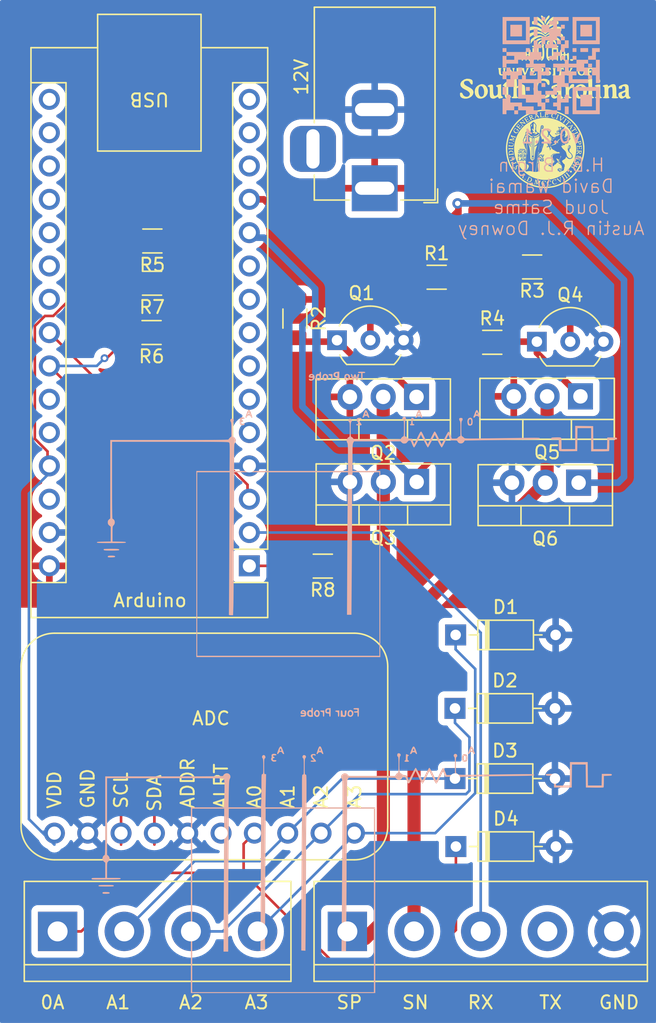
<source format=kicad_pcb>
(kicad_pcb (version 20221018) (generator pcbnew)
  (layers (0 "F.Cu" signal) (31 "B.Cu" signal) (34 "B.Paste" user) (35 "F.Paste" user) (36 "B.SilkS" user "B.Silkscreen") (37 "F.SilkS" user "F.Silkscreen") (38 "B.Mask" user) (39 "F.Mask" user) (44 "Edge.Cuts" user))
  (net 0 "")
  (net 1 "GND")
  (net 2 "VDD")
  (net 3 "AIN3")
  (net 4 "AIN2")
  (net 5 "AIN1")
  (net 6 "AIN0")
  (net 7 "VPP")
  (net 8 "TX")
  (net 9 "SP")
  (net 10 "SN")
  (net 11 "LOGIC2")
  (net 12 "LOGIC1")
  (net 13 "RX")
  (net 14 "Net-(Q1-C)")
  (net 15 "Net-(Q1-B)")
  (net 16 "Net-(Q4-C)")
  (net 17 "Net-(Q4-B)")
  (net 18 "Net-(Biphasic_Out1-Pin_4)")
  (net 39 "Net-(J3-Pin_4)")
  (net 40 "Net-(A1-~{RESET}-Pad3)")
  (net 41 "Net-(A1-SDA{slash}A4)")
  (net 42 "Net-(A1-SCL{slash}A5)")
  (footprint "Diode_THT:D_DO-35_SOD27_P7.62mm_Horizontal" (layer "F.Cu") (at 171.72 86.4)
    (fp_text reference "D1" (at 3.81 -2.12) (layer "F.SilkS"))
    (fp_text value "D_Zener" hide)
    (pad "1" thru_hole rect (at 0 0) (size 1.6 1.6) (drill 0.8) (layers "*.Cu" "*.Mask") (net 3 "AIN3"))
    (pad "2" thru_hole oval (at 7.62 0) (size 1.6 1.6) (drill 0.8) (layers "*.Cu" "*.Mask") (net 1 "GND"))
  )
  (footprint "Diode_THT:D_DO-35_SOD27_P7.62mm_Horizontal" (layer "F.Cu") (at 171.67 92)
    (fp_text reference "D2" (at 3.81 -2.12) (layer "F.SilkS"))
    (fp_text value "D_Zener" hide)
    (pad "1" thru_hole rect (at 0 0) (size 1.6 1.6) (drill 0.8) (layers "*.Cu" "*.Mask") (net 4 "AIN2"))
    (pad "2" thru_hole oval (at 7.62 0) (size 1.6 1.6) (drill 0.8) (layers "*.Cu" "*.Mask") (net 1 "GND"))
  )
  (footprint "Diode_THT:D_DO-35_SOD27_P7.62mm_Horizontal" (layer "F.Cu") (at 171.67 97.35)
    (fp_text reference "D3" (at 3.81 -2.12) (layer "F.SilkS"))
    (fp_text value "D_Zener" hide)
    (pad "1" thru_hole rect (at 0 0) (size 1.6 1.6) (drill 0.8) (layers "*.Cu" "*.Mask") (net 5 "AIN1"))
    (pad "2" thru_hole oval (at 7.62 0) (size 1.6 1.6) (drill 0.8) (layers "*.Cu" "*.Mask") (net 1 "GND"))
  )
  (footprint "Diode_THT:D_DO-35_SOD27_P7.62mm_Horizontal" (layer "F.Cu") (at 171.74 102.53)
    (fp_text reference "D4" (at 3.81 -2.12) (layer "F.SilkS"))
    (fp_text value "D_Zener" hide)
    (pad "1" thru_hole rect (at 0 0) (size 1.6 1.6) (drill 0.8) (layers "*.Cu" "*.Mask") (net 6 "AIN0"))
    (pad "2" thru_hole oval (at 7.62 0) (size 1.6 1.6) (drill 0.8) (layers "*.Cu" "*.Mask") (net 1 "GND"))
  )
  (footprint "Connector_BarrelJack:BarrelJack_Horizontal" (layer "F.Cu") (at 165.55 52.35 -90)
    (fp_text reference "J1" hide)
    (fp_text value "Barrel_Jack" hide)
    (pad "1" thru_hole rect (at 0 0 270) (size 3.5 3.5) (drill oval 1 3) (layers "*.Cu" "*.Mask") (net 7 "VPP"))
    (pad "2" thru_hole roundrect (at -6 0 270) (size 3 3.5) (drill oval 1 3) (layers "*.Cu" "*.Mask") (net 1 "GND"))
    (pad "3" thru_hole roundrect (at -3 4.7 270) (size 3.5 3.5) (drill oval 3 1) (layers "*.Cu" "*.Mask"))
  )
  (footprint "Package_TO_SOT_THT:TO-92_Inline_Wide" (layer "F.Cu") (at 162.68 63.935)
    (fp_text reference "Q1" (at 1.87 -3.585) (layer "F.SilkS"))
    (fp_text value "BC549" hide)
    (pad "1" thru_hole rect (at 0 0) (size 1.5 1.5) (drill 0.8) (layers "*.Cu" "*.Mask") (net 14 "Net-(Q1-C)"))
    (pad "2" thru_hole circle (at 2.54 0) (size 1.5 1.5) (drill 0.8) (layers "*.Cu" "*.Mask") (net 15 "Net-(Q1-B)"))
    (pad "3" thru_hole circle (at 5.08 0) (size 1.5 1.5) (drill 0.8) (layers "*.Cu" "*.Mask") (net 1 "GND"))
  )
  (footprint "Package_TO_SOT_THT:TO-220-3_Vertical" (layer "F.Cu") (at 168.74 68.255 180)
    (fp_text reference "Q2" (at 2.54 -4.27) (layer "F.SilkS"))
    (fp_text value "IRF9540N" hide)
    (pad "1" thru_hole rect (at 0 0 180) (size 1.905 2) (drill 1.1) (layers "*.Cu" "*.Mask") (net 14 "Net-(Q1-C)"))
    (pad "2" thru_hole oval (at 2.54 0 180) (size 1.905 2) (drill 1.1) (layers "*.Cu" "*.Mask") (net 9 "SP"))
    (pad "3" thru_hole oval (at 5.08 0 180) (size 1.905 2) (drill 1.1) (layers "*.Cu" "*.Mask") (net 7 "VPP"))
  )
  (footprint "Package_TO_SOT_THT:TO-220-3_Vertical" (layer "F.Cu") (at 168.75 74.735 180)
    (fp_text reference "Q3" (at 2.54 -4.27) (layer "F.SilkS"))
    (fp_text value "IRF540N" hide)
    (pad "1" thru_hole rect (at 0 0 180) (size 1.905 2) (drill 1.1) (layers "*.Cu" "*.Mask") (net 11 "LOGIC2"))
    (pad "2" thru_hole oval (at 2.54 0 180) (size 1.905 2) (drill 1.1) (layers "*.Cu" "*.Mask") (net 9 "SP"))
    (pad "3" thru_hole oval (at 5.08 0 180) (size 1.905 2) (drill 1.1) (layers "*.Cu" "*.Mask") (net 1 "GND"))
  )
  (footprint "Package_TO_SOT_THT:TO-92_Inline_Wide" (layer "F.Cu") (at 177.91 64.045)
    (fp_text reference "Q4" (at 2.54 -3.56) (layer "F.SilkS"))
    (fp_text value "BC549" hide)
    (pad "1" thru_hole rect (at 0 0) (size 1.5 1.5) (drill 0.8) (layers "*.Cu" "*.Mask") (net 16 "Net-(Q4-C)"))
    (pad "2" thru_hole circle (at 2.54 0) (size 1.5 1.5) (drill 0.8) (layers "*.Cu" "*.Mask") (net 17 "Net-(Q4-B)"))
    (pad "3" thru_hole circle (at 5.08 0) (size 1.5 1.5) (drill 0.8) (layers "*.Cu" "*.Mask") (net 1 "GND"))
  )
  (footprint "Package_TO_SOT_THT:TO-220-3_Vertical" (layer "F.Cu") (at 181.23 68.215 180)
    (fp_text reference "Q5" (at 2.54 -4.27) (layer "F.SilkS"))
    (fp_text value "IRF9540N" hide)
    (pad "1" thru_hole rect (at 0 0 180) (size 1.905 2) (drill 1.1) (layers "*.Cu" "*.Mask") (net 16 "Net-(Q4-C)"))
    (pad "2" thru_hole oval (at 2.54 0 180) (size 1.905 2) (drill 1.1) (layers "*.Cu" "*.Mask") (net 10 "SN"))
    (pad "3" thru_hole oval (at 5.08 0 180) (size 1.905 2) (drill 1.1) (layers "*.Cu" "*.Mask") (net 7 "VPP"))
  )
  (footprint "Package_TO_SOT_THT:TO-220-3_Vertical" (layer "F.Cu") (at 181.09 74.795 180)
    (fp_text reference "Q6" (at 2.54 -4.27) (layer "F.SilkS"))
    (fp_text value "IRF540N" hide)
    (pad "1" thru_hole rect (at 0 0 180) (size 1.905 2) (drill 1.1) (layers "*.Cu" "*.Mask") (net 12 "LOGIC1"))
    (pad "2" thru_hole oval (at 2.54 0 180) (size 1.905 2) (drill 1.1) (layers "*.Cu" "*.Mask") (net 10 "SN"))
    (pad "3" thru_hole oval (at 5.08 0 180) (size 1.905 2) (drill 1.1) (layers "*.Cu" "*.Mask") (net 1 "GND"))
  )
  (footprint "Resistor_SMD:R_1206_3216Metric" (layer "F.Cu") (at 170.275 59.135)
    (fp_text reference "R1" (at 0 -1.82) (layer "F.SilkS"))
    (fp_text value "1k")
    (pad "1" smd roundrect (at -1.4625 0) (size 1.125 1.75) (layers "F.Cu" "F.Paste" "F.Mask") (roundrect_rratio 0.222222) (net 15 "Net-(Q1-B)"))
    (pad "2" smd roundrect (at 1.4625 0) (size 1.125 1.75) (layers "F.Cu" "F.Paste" "F.Mask") (roundrect_rratio 0.222222) (net 12 "LOGIC1"))
  )
  (footprint "Resistor_SMD:R_1206_3216Metric" (layer "F.Cu") (at 159.47 62.285 -90)
    (fp_text reference "R2" (at 0 -1.82 -90) (layer "F.SilkS"))
    (fp_text value "10k")
    (pad "1" smd roundrect (at -1.4625 0 270) (size 1.125 1.75) (layers "F.Cu" "F.Paste" "F.Mask") (roundrect_rratio 0.222222) (net 7 "VPP"))
    (pad "2" smd roundrect (at 1.4625 0 270) (size 1.125 1.75) (layers "F.Cu" "F.Paste" "F.Mask") (roundrect_rratio 0.222222) (net 14 "Net-(Q1-C)"))
  )
  (footprint "Resistor_SMD:R_1206_3216Metric" (layer "F.Cu") (at 177.55 58.35 180)
    (fp_text reference "R3" (at 0 -1.82) (layer "F.SilkS"))
    (fp_text value "1k")
    (pad "1" smd roundrect (at -1.4625 0 180) (size 1.125 1.75) (layers "F.Cu" "F.Paste" "F.Mask") (roundrect_rratio 0.222222) (net 17 "Net-(Q4-B)"))
    (pad "2" smd roundrect (at 1.4625 0 180) (size 1.125 1.75) (layers "F.Cu" "F.Paste" "F.Mask") (roundrect_rratio 0.222222) (net 11 "LOGIC2"))
  )
  (footprint "Resistor_SMD:R_1206_3216Metric" (layer "F.Cu") (at 174.51 64.095)
    (fp_text reference "R4" (at 0 -1.82) (layer "F.SilkS"))
    (fp_text value "10k")
    (pad "1" smd roundrect (at -1.4625 0) (size 1.125 1.75) (layers "F.Cu" "F.Paste" "F.Mask") (roundrect_rratio 0.222222) (net 7 "VPP"))
    (pad "2" smd roundrect (at 1.4625 0) (size 1.125 1.75) (layers "F.Cu" "F.Paste" "F.Mask") (roundrect_rratio 0.222222) (net 16 "Net-(Q4-C)"))
  )
  (footprint "Resistor_SMD:R_1206_3216Metric" (layer "F.Cu") (at 148.61 56.37 180)
    (fp_text reference "R5" (at 0 -1.82) (layer "F.SilkS"))
    (fp_text value "10k")
    (pad "1" smd roundrect (at -1.4625 0 180) (size 1.125 1.75) (layers "F.Cu" "F.Paste" "F.Mask") (roundrect_rratio 0.222222) (net 2 "VDD"))
    (pad "2" smd roundrect (at 1.4625 0 180) (size 1.125 1.75) (layers "F.Cu" "F.Paste" "F.Mask") (roundrect_rratio 0.222222) (net 40 "Net-(A1-~{RESET}-Pad3)"))
  )
  (footprint "Resistor_SMD:R_1206_3216Metric" (layer "F.Cu") (at 148.55 63.35 180)
    (fp_text reference "R6" (at 0 -1.82 180) (layer "F.SilkS"))
    (fp_text value "10k")
    (pad "1" smd roundrect (at -1.4625 0 180) (size 1.125 1.75) (layers "F.Cu" "F.Paste" "F.Mask") (roundrect_rratio 0.222222) (net 2 "VDD"))
    (pad "2" smd roundrect (at 1.4625 0 180) (size 1.125 1.75) (layers "F.Cu" "F.Paste" "F.Mask") (roundrect_rratio 0.222222) (net 42 "Net-(A1-SCL{slash}A5)"))
  )
  (footprint "Resistor_SMD:R_1206_3216Metric" (layer "F.Cu") (at 148.585 59.59 180)
    (fp_text reference "R7" (at 0 -1.82 180) (layer "F.SilkS"))
    (fp_text value "10k")
    (pad "1" smd roundrect (at -1.4625 0 180) (size 1.125 1.75) (layers "F.Cu" "F.Paste" "F.Mask") (roundrect_rratio 0.222222) (net 2 "VDD"))
    (pad "2" smd roundrect (at 1.4625 0 180) (size 1.125 1.75) (layers "F.Cu" "F.Paste" "F.Mask") (roundrect_rratio 0.222222) (net 41 "Net-(A1-SDA{slash}A4)"))
  )
  (footprint "ads1115module:Adafruit_ADS1115" (layer "F.Cu") (at 138.605 103.541)
    (fp_text reference "U3" hide)
    (fp_text value "ADS1115IDGS" hide)
    (fp_text user "SDA" (at 10.16 -5.08 90 unlocked) (layer "F.SilkS"))
    (fp_text user "A1" (at 20.32 -3.81 90 unlocked) (layer "F.SilkS") (effects (justify left)))
    (fp_text user "A2" (at 22.86 -3.81 90 unlocked) (layer "F.SilkS") (effects (justify left)))
    (fp_text user "GND" (at 5.08 -3.81 90 unlocked) (layer "F.SilkS") (effects (justify left)))
    (fp_text user "VDD" (at 2.54 -3.81 90 unlocked) (layer "F.SilkS") (effects (justify left)))
    (fp_text user "SCL" (at 7.62 -3.81 90 unlocked) (layer "F.SilkS") (effects (justify left)))
    (fp_text user "A0" (at 17.78 -3.81 90 unlocked) (layer "F.SilkS") (effects (justify left)))
    (fp_text user "ALRT" (at 15.24 -3.81 90 unlocked) (layer "F.SilkS") (effects (justify left)))
    (fp_text user "A3" (at 25.4 -3.81 90 unlocked) (layer "F.SilkS") (effects (justify left)))
    (fp_text user "ADDR" (at 12.7 -3.81 90 unlocked) (layer "F.SilkS") (effects (justify left)))
    (pad "1" thru_hole circle (at 2.54 -2.032) (size 1.6 1.6) (drill 1) (layers "*.Cu" "*.Mask") (net 2 "VDD"))
    (pad "2" thru_hole circle (at 5.08 -2.032) (size 1.6 1.6) (drill 1) (layers "*.Cu" "*.Mask") (net 1 "GND"))
    (pad "3" thru_hole circle (at 7.62 -2.032) (size 1.6 1.6) (drill 1) (layers "*.Cu" "*.Mask") (net 42 "Net-(A1-SCL{slash}A5)"))
    (pad "4" thru_hole circle (at 10.16 -2.032) (size 1.6 1.6) (drill 1) (layers "*.Cu" "*.Mask") (net 41 "Net-(A1-SDA{slash}A4)"))
    (pad "5" thru_hole circle (at 12.7 -2.032) (size 1.6 1.6) (drill 1) (layers "*.Cu" "*.Mask") (net 1 "GND"))
    (pad "6" thru_hole circle (at 15.24 -2.032) (size 1.6 1.6) (drill 1) (layers "*.Cu" "*.Mask"))
    (pad "7" thru_hole circle (at 17.78 -2.032) (size 1.6 1.6) (drill 1) (layers "*.Cu" "*.Mask") (net 6 "AIN0"))
    (pad "8" thru_hole circle (at 20.32 -2.032) (size 1.6 1.6) (drill 1) (layers "*.Cu" "*.Mask") (net 5 "AIN1"))
    (pad "9" thru_hole circle (at 22.86 -2.032) (size 1.6 1.6) (drill 1) (layers "*.Cu" "*.Mask") (net 4 "AIN2"))
    (pad "10" thru_hole circle (at 25.4 -2.032) (size 1.6 1.6) (drill 1) (layers "*.Cu" "*.Mask") (net 3 "AIN3"))
  )
  (footprint "Resistor_SMD:R_1206_3216Metric" (layer "F.Cu") (at 161.6 81.155 180)
    (fp_text reference "R8" (at 0 -1.82) (layer "F.SilkS"))
    (fp_text value "1k")
    (pad "1" smd roundrect (at -1.4625 0 180) (size 1.125 1.75) (layers "F.Cu" "F.Paste" "F.Mask") (roundrect_rratio 0.222222) (net 18 "Net-(Biphasic_Out1-Pin_4)"))
    (pad "2" smd roundrect (at 1.4625 0 180) (size 1.125 1.75) (layers "F.Cu" "F.Paste" "F.Mask") (roundrect_rratio 0.222222) (net 8 "TX"))
  )
  (footprint "TerminalBlock:TerminalBlock_bornier-5_P5.08mm" (layer "F.Cu") (at 163.47 109)
    (fp_text reference "J3" hide)
    (fp_text value "Screw_Terminal_01x05" hide)
    (pad "1" thru_hole rect (at 0 0) (size 3 3) (drill 1.52) (layers "*.Cu" "*.Mask") (net 9 "SP"))
    (pad "2" thru_hole circle (at 5.08 0) (size 3 3) (drill 1.52) (layers "*.Cu" "*.Mask") (net 10 "SN"))
    (pad "3" thru_hole circle (at 10.16 0) (size 3 3) (drill 1.52) (layers "*.Cu" "*.Mask") (net 13 "RX"))
    (pad "4" thru_hole circle (at 15.24 0) (size 3 3) (drill 1.52) (layers "*.Cu" "*.Mask") (net 39 "Net-(J3-Pin_4)"))
    (pad "5" thru_hole circle (at 20.32 0) (size 3 3) (drill 1.52) (layers "*.Cu" "*.Mask") (net 1 "GND"))
  )
  (footprint "uofsc_foots:upg" (layer "F.Cu") (at 178.55 49.35)
    (fp_text reference "G3" hide)
    (fp_text value "LOGO" hide)
  )
  (footprint "Module:Arduino_Nano" (layer "F.Cu") (at 156 81.135 180)
    (fp_text reference "A1" hide)
    (fp_text value "Arduino_Nano_Every" hide)
    (fp_text user "USB" (at 7.62 35.56 180 unlocked) (layer "F.SilkS"))
    (pad "1" thru_hole rect (at 0 0 180) (size 1.6 1.6) (drill 1) (layers "*.Cu" "*.Mask") (net 8 "TX"))
    (pad "2" thru_hole oval (at 0 2.54 180) (size 1.6 1.6) (drill 1) (layers "*.Cu" "*.Mask") (net 13 "RX"))
    (pad "3" thru_hole oval (at 0 5.08 180) (size 1.6 1.6) (drill 1) (layers "*.Cu" "*.Mask") (net 40 "Net-(A1-~{RESET}-Pad3)"))
    (pad "4" thru_hole oval (at 0 7.62 180) (size 1.6 1.6) (drill 1) (layers "*.Cu" "*.Mask") (net 1 "GND"))
    (pad "5" thru_hole oval (at 0 10.16 180) (size 1.6 1.6) (drill 1) (layers "*.Cu" "*.Mask"))
    (pad "6" thru_hole oval (at 0 12.7 180) (size 1.6 1.6) (drill 1) (layers "*.Cu" "*.Mask"))
    (pad "7" thru_hole oval (at 0 15.24 180) (size 1.6 1.6) (drill 1) (layers "*.Cu" "*.Mask"))
    (pad "8" thru_hole oval (at 0 17.78 180) (size 1.6 1.6) (drill 1) (layers "*.Cu" "*.Mask"))
    (pad "9" thru_hole oval (at 0 20.32 180) (size 1.6 1.6) (drill 1) (layers "*.Cu" "*.Mask"))
    (pad "10" thru_hole oval (at 0 22.86 180) (size 1.6 1.6) (drill 1) (layers "*.Cu" "*.Mask"))
    (pad "11" thru_hole oval (at 0 25.4 180) (size 1.6 1.6) (drill 1) (layers "*.Cu" "*.Mask") (net 11 "LOGIC2"))
    (pad "12" thru_hole oval (at 0 27.94 180) (size 1.6 1.6) (drill 1) (layers "*.Cu" "*.Mask") (net 12 "LOGIC1"))
    (pad "13" thru_hole oval (at 0 30.48 180) (size 1.6 1.6) (drill 1) (layers "*.Cu" "*.Mask"))
    (pad "14" thru_hole oval (at 0 33.02 180) (size 1.6 1.6) (drill 1) (layers "*.Cu" "*.Mask"))
    (pad "15" thru_hole oval (at 0 35.56 180) (size 1.6 1.6) (drill 1) (layers "*.Cu" "*.Mask"))
    (pad "16" thru_hole oval (at 15.24 35.56 180) (size 1.6 1.6) (drill 1) (layers "*.Cu" "*.Mask"))
    (pad "17" thru_hole oval (at 15.24 33.02 180) (size 1.6 1.6) (drill 1) (layers "*.Cu" "*.Mask"))
    (pad "18" thru_hole oval (at 15.24 30.48 180) (size 1.6 1.6) (drill 1) (layers "*.Cu" "*.Mask"))
    (pad "19" thru_hole oval (at 15.24 27.94 180) (size 1.6 1.6) (drill 1) (layers "*.Cu" "*.Mask"))
    (pad "20" thru_hole oval (at 15.24 25.4 180) (size 1.6 1.6) (drill 1) (layers "*.Cu" "*.Mask"))
    (pad "21" thru_hole oval (at 15.24 22.86 180) (size 1.6 1.6) (drill 1) (layers "*.Cu" "*.Mask"))
    (pad "22" thru_hole oval (at 15.24 20.32 180) (size 1.6 1.6) (drill 1) (layers "*.Cu" "*.Mask"))
    (pad "23" thru_hole oval (at 15.24 17.78 180) (size 1.6 1.6) (drill 1) (layers "*.Cu" "*.Mask") (net 41 "Net-(A1-SDA{slash}A4)"))
    (pad "24" thru_hole oval (at 15.24 15.24 180) (size 1.6 1.6) (drill 1) (layers "*.Cu" "*.Mask") (net 42 "Net-(A1-SCL{slash}A5)"))
    (pad "25" thru_hole oval (at 15.24 12.7 180) (size 1.6 1.6) (drill 1) (layers "*.Cu" "*.Mask"))
    (pad "26" thru_hole oval (at 15.24 10.16 180) (size 1.6 1.6) (drill 1) (layers "*.Cu" "*.Mask"))
    (pad "27" thru_hole oval (at 15.24 7.62 180) (size 1.6 1.6) (drill 1) (layers "*.Cu" "*.Mask") (net 2 "VDD"))
    (pad "28" thru_hole oval (at 15.24 5.08 180) (size 1.6 1.6) (drill 1) (layers "*.Cu" "*.Mask"))
    (pad "29" thru_hole oval (at 15.24 2.54 180) (size 1.6 1.6) (drill 1) (layers "*.Cu" "*.Mask") (net 1 "GND"))
    (pad "30" thru_hole oval (at 15.24 0 180) (size 1.6 1.6) (drill 1) (layers "*.Cu" "*.Mask") (net 7 "VPP"))
  )
  (footprint "uofsc_foots:uofsc" (layer "F.Cu") (at 178.55 42.35)
    (fp_text reference "G2" hide)
    (fp_text value "LOGO" hide)
  )
  (footprint "TerminalBlock:TerminalBlock_bornier-4_P5.08mm" (layer "F.Cu") (at 141.39 109)
    (fp_text reference "Analog_In1" hide)
    (fp_text value "Screw_Terminal_01x04" hide)
    (pad "1" thru_hole rect (at 0 0) (size 3 3) (drill 1.52) (layers "*.Cu" "*.Mask") (net 6 "AIN0"))
    (pad "2" thru_hole circle (at 5.08 0) (size 3 3) (drill 1.52) (layers "*.Cu" "*.Mask") (net 5 "AIN1"))
    (pad "3" thru_hole circle (at 10.16 0) (size 3 3) (drill 1.52) (layers "*.Cu" "*.Mask") (net 4 "AIN2"))
    (pad "4" thru_hole circle (at 15.24 0) (size 3 3) (drill 1.52) (layers "*.Cu" "*.Mask") (net 3 "AIN3"))
  )
  (footprint "uofsc_foots:schematic" (layer "B.Cu") (at 164 90 180)
    (fp_text reference "G5" hide)
    (fp_text value "LOGO" hide)
  )
  (footprint "uofsc_foots:github" (layer "B.Cu") (at 179 43 180)
    (fp_text reference "G7" hide)
    (fp_text value "LOGO" hide)
  )
  (gr_text "H.B. Birgin\nDavid Wamai\nJoud Satme\nAustin R.J. Downey" (at 179 56) (layer "B.SilkS") (effects (font (size 1 1) (thickness 0.1)) (justify bottom mirror)))
  (gr_text "v0.2.1" (at 179 49) (layer "B.SilkS") (effects (font (size 1 1)) (justify bottom mirror)))
  (gr_text "Arduino" (at 145.55 84.35) (layer "F.SilkS") (effects (font (size 1 1)) (justify left bottom)))
  (gr_text "A2" (at 150.55 115) (layer "F.SilkS") (effects (font (size 1 1)) (justify left bottom)))
  (gr_text "A0" (at 142 115) (layer "F.SilkS") (effects (font (size 1 1)) (justify left bottom mirror)))
  (gr_text "A1" (at 145 115) (layer "F.SilkS") (effects (font (size 1 1)) (justify left bottom)))
  (gr_text "ADC" (at 151.55 93.35) (layer "F.SilkS") (effects (font (size 1 1)) (justify left bottom)))
  (gr_text "TX" (at 178 115) (layer "F.SilkS") (effects (font (size 1 1)) (justify left bottom)))
  (gr_text "12V" (at 160.55 45.35 90) (layer "F.SilkS") (effects (font (size 1 1)) (justify left bottom)))
  (gr_text "A3" (at 155.55 115) (layer "F.SilkS") (effects (font (size 1 1)) (justify left bottom)))
  (gr_text "RX" (at 172.55 115) (layer "F.SilkS") (effects (font (size 1 1)) (justify left bottom)))
  (gr_text "GND" (at 182.55 115) (layer "F.SilkS") (effects (font (size 1 1)) (justify left bottom)))
  (gr_text "SN" (at 167.55 115) (layer "F.SilkS") (effects (font (size 1 1)) (justify left bottom)))
  (gr_text "SP" (at 162.55 115) (layer "F.SilkS") (effects (font (size 1 1)) (justify left bottom)))
  (segment (start 150.048 59.59) (end 150.048 58.374) (width 0.2) (layer "F.Cu") (net 2))
  (segment (start 150.012 61.9531) (end 150.012 59.625) (width 0.2) (layer "F.Cu") (net 2))
  (segment (start 140.76 73.515) (end 140.622 73.377) (width 0.2) (layer "F.Cu") (net 2))
  (segment (start 145.901 55.8331) (end 145.901 57.2429) (width 0.2) (layer "F.Cu") (net 2))
  (segment (start 139.654 62.8515) (end 139.654 71.4452) (width 0.2) (layer "F.Cu") (net 2))
  (segment (start 141.059 62.085) (end 140.421 62.085) (width 0.2) (layer "F.Cu") (net 2))
  (segment (start 146.593 55.1405) (end 145.901 55.8331) (width 0.2) (layer "F.Cu") (net 2))
  (segment (start 145.901 57.2429) (end 141.059 62.085) (width 0.2) (layer "F.Cu") (net 2))
  (segment (start 150.072 56.37) (end 148.843 55.1405) (width 0.2) (layer "F.Cu") (net 2))
  (segment (start 150.047 59.59) (end 150.012 59.625) (width 0.2) (layer "F.Cu") (net 2))
  (segment (start 150.012 61.9531) (end 150.0125 61.9536) (width 0.2) (layer "F.Cu") (net 2))
  (segment (start 140.622 72.4131) (end 140.622 73.377) (width 0.2) (layer "F.Cu") (net 2))
  (segment (start 150.012 63.35) (end 150.012 61.9531) (width 0.2) (layer "F.Cu") (net 2))
  (segment (start 148.843 55.1405) (end 146.593 55.1405) (width 0.2) (layer "F.Cu") (net 2))
  (segment (start 150.072 56.3738) (end 150.072 56.37) (width 0.2) (layer "F.Cu") (net 2))
  (segment (start 150.048 58.374) (end 150.072 58.349) (width 0.2) (layer "F.Cu") (net 2))
  (segment (start 139.654 71.4452) (end 140.622 72.4131) (width 0.2) (layer "F.Cu") (net 2))
  (segment (start 150.048 59.59) (end 150.0475 59.59) (width 0.2) (layer "F.Cu") (net 2))
  (segment (start 150.0125 61.9536) (end 150.0125 63.35) (width 0.2) (layer "F.Cu") (net 2))
  (segment (start 150.072 56.37) (end 150.0725 56.37) (width 0.2) (layer "F.Cu") (net 2))
  (segment (start 140.421 62.085) (end 139.654 62.8515) (width 0.2) (layer "F.Cu") (net 2))
  (segment (start 150.0475 59.59) (end 150.047 59.59) (width 0.2) (layer "F.Cu") (net 2))
  (segment (start 150.072 58.349) (end 150.072 56.3738) (width 0.2) (layer "F.Cu") (net 2))
  (segment (start 140.76 74.0659) (end 139.204 75.622) (width 0.2) (layer "B.Cu") (net 2))
  (segment (start 140.1745 101.4135) (end 141.145 102.384) (width 0.2) (layer "B.Cu") (net 2))
  (segment (start 140.76 74.0659) (end 140.76 73.515) (width 0.2) (layer "B.Cu") (net 2))
  (segment (start 141.0495 101.4135) (end 141.145 101.509) (width 0.2) (layer "B.Cu") (net 2))
  (segment (start 139.204 75.622) (end 139.204 100.443) (width 0.2) (layer "B.Cu") (net 2))
  (segment (start 140.1745 101.4135) (end 141.0495 101.4135) (width 0.2) (layer "B.Cu") (net 2))
  (segment (start 139.204 100.443) (end 140.1745 101.4135) (width 0.2) (layer "B.Cu") (net 2))
  (segment (start 164.005 101.625) (end 164.005 101.509) (width 0.2) (layer "B.Cu") (net 3))
  (segment (start 173.2125 98.4628) (end 173.2125 88.9944) (width 0.2) (layer "B.Cu") (net 3))
  (segment (start 171.72 86.4) (end 171.72 87.5019) (width 0.2) (layer "B.Cu") (net 3))
  (segment (start 173.2125 88.9944) (end 171.72 87.5019) (width 0.2) (layer "B.Cu") (net 3))
  (segment (start 156.63 109) (end 164.005 101.625) (width 0.2) (layer "B.Cu") (net 3))
  (segment (start 164.005 101.509) (end 170.1663 101.509) (width 0.2) (layer "B.Cu") (net 3))
  (segment (start 170.1663 101.509) (end 173.2125 98.4628) (width 0.2) (layer "B.Cu") (net 3))
  (segment (start 164.4389 98.5351) (end 172.5119 98.5351) (width 0.2) (layer "B.Cu") (net 4))
  (segment (start 161.465 101.509) (end 164.4389 98.5351) (width 0.2) (layer "B.Cu") (net 4))
  (segment (start 153.974 109) (end 161.465 101.509) (width 0.2) (layer "B.Cu") (net 4))
  (segment (start 151.55 109) (end 153.974 109) (width 0.2) (layer "B.Cu") (net 4))
  (segment (start 171.67 92) (end 171.67 93.1019) (width 0.2) (layer "B.Cu") (net 4))
  (segment (start 172.5119 98.5351) (end 172.7719 98.2751) (width 0.2) (layer "B.Cu") (net 4))
  (segment (start 172.7719 98.2751) (end 172.7719 94.2038) (width 0.2) (layer "B.Cu") (net 4))
  (segment (start 172.7719 94.2038) (end 171.67 93.1019) (width 0.2) (layer "B.Cu") (net 4))
  (segment (start 146.47 109) (end 151.8261 103.6439) (width 0.2) (layer "B.Cu") (net 5))
  (segment (start 151.8261 103.6439) (end 156.7901 103.6439) (width 0.2) (layer "B.Cu") (net 5))
  (segment (start 158.925 101.509) (end 163.084 97.35) (width 0.2) (layer "B.Cu") (net 5))
  (segment (start 156.7901 103.6439) (end 158.925 101.509) (width 0.2) (layer "B.Cu") (net 5))
  (segment (start 163.084 97.35) (end 171.67 97.35) (width 0.2) (layer "B.Cu") (net 5))
  (segment (start 156.385 101.509) (end 155.5651 102.3289) (width 0.2) (layer "F.Cu") (net 6))
  (segment (start 147.6516 104.5403) (end 155.5651 104.5403) (width 0.2) (layer "F.Cu") (net 6))
  (segment (start 141.39 109) (end 143.1919 109) (width 0.2) (layer "F.Cu") (net 6))
  (segment (start 171.74 108.8961) (end 171.74 102.53) (width 0.2) (layer "F.Cu") (net 6))
  (segment (start 143.1919 109) (end 147.6516 104.5403) (width 0.2) (layer "F.Cu") (net 6))
  (segment (start 168.9103 111.7258) (end 171.74 108.8961) (width 0.2) (layer "F.Cu") (net 6))
  (segment (start 162.7506 111.7258) (end 168.9103 111.7258) (width 0.2) (layer "F.Cu") (net 6))
  (segment (start 155.5651 102.3289) (end 155.5651 104.5403) (width 0.2) (layer "F.Cu") (net 6))
  (segment (start 155.5651 104.5403) (end 162.7506 111.7258) (width 0.2) (layer "F.Cu") (net 6))
  (segment (start 156 81.135) (end 160.1175 81.135) (width 0.2) (layer "F.Cu") (net 8))
  (segment (start 160.1175 81.135) (end 160.118 81.135) (width 0.2) (layer "F.Cu") (net 8))
  (segment (start 160.1175 81.135) (end 160.1375 81.155) (width 0.2) (layer "F.Cu") (net 8))
  (segment (start 166.21 108.175) (end 164.84 109.545) (width 1) (layer "F.Cu") (net 9))
  (segment (start 166.21 73.3925) (end 166.21 74.735) (width 0.2) (layer "F.Cu") (net 9))
  (segment (start 164.015 109.545) (end 163.47 109) (width 0.2) (layer "F.Cu") (net 9))
  (segment (start 166.2 68.255) (end 166.2 73.3825) (width 1) (layer "F.Cu") (net 9))
  (segment (start 166.2 73.3825) (end 166.2 74.725) (width 1) (layer "F.Cu") (net 9))
  (segment (start 166.2 73.3825) (end 166.21 73.3925) (width 0.2) (layer "F.Cu") (net 9))
  (segment (start 164.84 109.545) (end 164.015 109.545) (width 0.2) (layer "F.Cu") (net 9))
  (segment (start 166.21 74.735) (end 166.21 108.175) (width 1) (layer "F.Cu") (net 9))
  (segment (start 178.69 71.435) (end 178.55 71.575) (width 0.2) (layer "F.Cu") (net 10))
  (segment (start 178.55 71.575) (end 178.55 74.795) (width 0.2) (layer "F.Cu") (net 10))
  (segment (start 178.55 74.795) (end 168.55 84.795) (width 1) (layer "F.Cu") (net 10))
  (segment (start 168.55 84.795) (end 168.55 109) (width 1) (layer "F.Cu") (net 10))
  (segment (start 178.69 71.435) (end 178.69 74.655) (width 1) (layer "F.Cu") (net 10))
  (segment (start 178.69 68.215) (end 178.69 71.435) (width 1) (layer "F.Cu") (net 10))
  (segment (start 171.55 62.8878) (end 174.736 59.7018) (width 0.5) (layer "F.Cu") (net 11))
  (segment (start 176.0875 58.35) (end 176.0877 58.3502) (width 0.2) (layer "F.Cu") (net 11))
  (segment (start 175.412 59.0259) (end 176.0877 58.3502) (width 0.2) (layer "F.Cu") (net 11))
  (segment (start 176.088 58.3503) (end 174.736 59.7018) (width 0.5) (layer "F.Cu") (net 11))
  (segment (start 168.75 74.735) (end 168.75 74.15) (width 0.2) (layer "F.Cu") (net 11))
  (segment (start 174.736 59.7018) (end 175.412 59.0259) (width 0.2) (layer "F.Cu") (net 11))
  (segment (start 168.75 74.15) (end 171.55 71.35) (width 0.5) (layer "F.Cu") (net 11))
  (segment (start 175.412 59.0259) (end 176.088 58.3504) (width 0.2) (layer "F.Cu") (net 11))
  (segment (start 171.55 71.35) (end 171.55 62.8878) (width 0.5) (layer "F.Cu") (net 11))
  (segment (start 176.0877 58.3502) (end 176.088 58.35) (width 0.2) (layer "F.Cu") (net 11))
  (segment (start 156.382 56.1169) (end 156.3819 56.1169) (width 0.2) (layer "B.Cu") (net 11))
  (segment (start 156.3819 56.1169) (end 156 55.735) (width 0.2) (layer "B.Cu") (net 11))
  (segment (start 160.04 62.795) (end 161.021 61.8142) (width 0.5) (layer "B.Cu") (net 11))
  (segment (start 167.3 73.265) (end 165.88 71.845) (width 0.5) (layer "B.Cu") (net 11))
  (segment (start 168.75 74.735) (end 167.3 73.285) (width 0.5) (layer "B.Cu") (net 11))
  (segment (start 167.3 73.285) (end 167.3 73.265) (width 0.5) (layer "B.Cu") (net 11))
  (segment (start 162.9 71.845) (end 160.04 68.985) (width 0.5) (layer "B.Cu") (net 11))
  (segment (start 160.04 68.985) (end 160.04 62.795) (width 0.5) (layer "B.Cu") (net 11))
  (segment (start 161.021 60.021) (end 157.1169 56.1169) (width 0.5) (layer "B.Cu") (net 11))
  (segment (start 161.021 61.8142) (end 161.021 60.021) (width 0.5) (layer "B.Cu") (net 11))
  (segment (start 165.88 71.845) (end 162.9 71.845) (width 0.5) (layer "B.Cu") (net 11))
  (segment (start 157.1169 56.1169) (end 156.382 56.1169) (width 0.5) (layer "B.Cu") (net 11))
  (segment (start 171.7375 58.5275) (end 171.7375 59.135) (width 0.2) (layer "F.Cu") (net 12))
  (segment (start 171.93 54.0743) (end 171.93 58.305) (width 0.5) (layer "F.Cu") (net 12))
  (segment (start 156 53.195) (end 157.102 53.195) (width 0.5) (layer "F.Cu") (net 12))
  (segment (start 171.93 53.565) (end 171.93 54.0743) (width 0.5) (layer "F.Cu") (net 12))
  (segment (start 171.7225 58.5125) (end 171.515 58.72) (width 0.5) (layer "F.Cu") (net 12))
  (segment (start 171.93 58.305) (end 171.7225 58.5125) (width 0.5) (layer "F.Cu") (net 12))
  (segment (start 159.325 55.4181) (end 170.586 55.4181) (width 0.5) (layer "F.Cu") (net 12))
  (segment (start 157.102 53.195) (end 159.325 55.4181) (width 0.5) (layer "F.Cu") (net 12))
  (segment (start 171.7225 58.5125) (end 171.7375 58.5275) (width 0.2) (layer "F.Cu") (net 12))
  (segment (start 171.87 53.505) (end 171.93 53.565) (width 0.5) (layer "F.Cu") (net 12))
  (segment (start 170.586 55.4181) (end 171.93 54.0743) (width 0.5) (layer "F.Cu") (net 12))
  (via (at 171.87 53.505) (size 0.8) (drill 0.4) (layers "F.Cu" "B.Cu") (net 12))
  (segment (start 184.55 74.355) (end 184.55 59.35) (width 0.5) (layer "B.Cu") (net 12))
  (segment (start 181.09 74.795) (end 184.11 74.795) (width 0.5) (layer "B.Cu") (net 12))
  (segment (start 184.55 59.35) (end 178.705 53.505) (width 0.5) (layer "B.Cu") (net 12))
  (segment (start 178.705 53.505) (end 171.87 53.505) (width 0.5) (layer "B.Cu") (net 12))
  (segment (start 184.11 74.795) (end 184.55 74.355) (width 0.5) (layer "B.Cu") (net 12))
  (segment (start 173.63 86.2307) (end 173.63 109) (width 0.2) (layer "B.Cu") (net 13))
  (segment (start 165.9943 78.595) (end 173.63 86.2307) (width 0.2) (layer "B.Cu") (net 13))
  (segment (start 156 78.595) (end 165.9943 78.595) (width 0.2) (layer "B.Cu") (net 13))
  (segment (start 160 64.045) (end 159.7675 64.045) (width 0.2) (layer "F.Cu") (net 14))
  (segment (start 162.57 64.045) (end 162.68 63.935) (width 0.2) (layer "F.Cu") (net 14))
  (segment (start 160 64.045) (end 162.57 64.045) (width 0.5) (layer "F.Cu") (net 14))
  (segment (start 159.7675 64.045) (end 159.47 63.7475) (width 0.2) (layer "F.Cu") (net 14))
  (segment (start 167.41 66.085) (end 167.41 66.925) (width 0.5) (layer "F.Cu") (net 14))
  (segment (start 162.68 63.935) (end 164.83 66.085) (width 0.5) (layer "F.Cu") (net 14))
  (segment (start 167.41 66.925) (end 168.74 68.255) (width 0.5) (layer "F.Cu") (net 14))
  (segment (start 164.83 66.085) (end 167.41 66.085) (width 0.5) (layer "F.Cu") (net 14))
  (segment (start 165.22 61.555) (end 167.64 59.135) (width 0.5) (layer "F.Cu") (net 15))
  (segment (start 165.22 63.935) (end 165.22 61.555) (width 0.5) (layer "F.Cu") (net 15))
  (segment (start 167.64 59.135) (end 168.812 59.135) (width 0.5) (layer "F.Cu") (net 15))
  (segment (start 168.812 59.135) (end 168.8125 59.135) (width 0.2) (layer "F.Cu") (net 15))
  (segment (start 177.91 64.895) (end 181.23 68.215) (width 0.5) (layer "F.Cu") (net 16))
  (segment (start 176.0225 64.045) (end 176.022 64.045) (width 0.5) (layer "F.Cu") (net 16))
  (segment (start 177.91 64.045) (end 176.0225 64.045) (width 0.5) (layer "F.Cu") (net 16))
  (segment (start 176.0225 64.045) (end 175.9725 64.095) (width 0.2) (layer "F.Cu") (net 16))
  (segment (start 177.91 64.045) (end 177.91 64.895) (width 0.5) (layer "F.Cu") (net 16))
  (segment (start 179.0121 58.3504) (end 179.0121 58.3505) (width 0.2) (layer "F.Cu") (net 17))
  (segment (start 179.0125 58.35) (end 179.0121 58.3504) (width 0.2) (layer "F.Cu") (net 17))
  (segment (start 180.45 59.7875) (end 179.0121 58.3505) (width 0.5) (layer "F.Cu") (net 17))
  (segment (start 179.0121 58.3505) (end 179.012 58.3504) (width 0.2) (layer "F.Cu") (net 17))
  (segment (start 180.45 64.045) (end 180.45 59.7875) (width 0.5) (layer "F.Cu") (net 17))
  (segment (start 148.585 57.8075) (end 148.226 57.4481) (width 0.2) (layer "F.Cu") (net 40))
  (segment (start 148.226 57.4481) (end 147.687 56.9091) (width 0.2) (layer "F.Cu") (net 40))
  (segment (start 147.687 56.9091) (end 147.148 56.3701) (width 0.2) (layer "F.Cu") (net 40))
  (segment (start 155.862 75.917) (end 155.862 74.9531) (width 0.2) (layer "F.Cu") (net 40))
  (segment (start 147.6866 56.9091) (end 147.1475 56.37) (width 0.2) (layer "F.Cu") (net 40))
  (segment (start 148.585 67.6758) (end 148.585 57.8075) (width 0.2) (layer "F.Cu") (net 40))
  (segment (start 147.687 56.9091) (end 147.6866 56.9091) (width 0.2) (layer "F.Cu") (net 40))
  (segment (start 156 76.055) (end 155.862 75.917) (width 0.2) (layer "F.Cu") (net 40))
  (segment (start 155.862 74.9531) (end 148.585 67.6758) (width 0.2) (layer "F.Cu") (net 40))
  (segment (start 146.41 59.59) (end 147.1225 59.59) (width 0.2) (layer "F.Cu") (net 41))
  (segment (start 141.855 64.45) (end 140.76 63.355) (width 0.2) (layer "F.Cu") (net 41))
  (segment (start 148.765 101.509) (end 148.765 71.36) (width 0.2) (layer "F.Cu") (net 41))
  (segment (start 145.3231 60.6769) (end 146.41 59.59) (width 0.2) (layer "F.Cu") (net 41))
  (segment (start 145.3231 60.9819) (end 145.3231 60.6769) (width 0.2) (layer "F.Cu") (net 41))
  (segment (start 141.855 64.45) (end 145.3231 60.9819) (width 0.2) (layer "F.Cu") (net 41))
  (segment (start 148.765 71.36) (end 141.855 64.45) (width 0.2) (layer "F.Cu") (net 41))
  (segment (start 148.765 102.384) (end 148.765 101.509) (width 0.2) (layer "F.Cu") (net 41))
  (segment (start 146.599 63.8392) (end 147.088 63.3507) (width 0.2) (layer "F.Cu") (net 42))
  (segment (start 145.55 70.35) (end 145.215 70.35) (width 0.2) (layer "F.Cu") (net 42))
  (segment (start 146.11 64.3284) (end 147.0875 63.3509) (width 0.2) (layer "F.Cu") (net 42))
  (segment (start 146.225 102.384) (end 146.225 101.509) (width 0.2) (layer "F.Cu") (net 42))
  (segment (start 145.131 65.3068) (end 146.11 64.3284) (width 0.2) (layer "F.Cu") (net 42))
  (segment (start 147.0875 63.3509) (end 147.088 63.3504) (width 0.2) (layer "F.Cu") (net 42))
  (segment (start 146.599 63.8392) (end 146.11 64.3284) (width 0.2) (layer "F.Cu") (net 42))
  (segment (start 146.225 101.509) (end 146.225 71.025) (width 0.2) (layer "F.Cu") (net 42))
  (segment (start 147.0875 63.3509) (end 147.0875 63.35) (width 0.2) (layer "F.Cu") (net 42))
  (segment (start 144.963 65.3068) (end 145.131 65.3068) (width 0.2) (layer "F.Cu") (net 42))
  (segment (start 146.225 71.025) (end 145.55 70.35) (width 0.2) (layer "F.Cu") (net 42))
  (segment (start 146.844 63.5946) (end 146.599 63.8392) (width 0.2) (layer "F.Cu") (net 42))
  (segment (start 145.215 70.35) (end 140.76 65.895) (width 0.2) (layer "F.Cu") (net 42))
  (via (at 144.963 65.3068) (size 0.6) (drill 0.3) (layers "F.Cu" "B.Cu") (net 42))
  (segment (start 144.375 65.895) (end 144.963 65.3068) (width 0.2) (layer "B.Cu") (net 42))
  (segment (start 140.76 65.895) (end 144.375 65.895) (width 0.2) (layer "B.Cu") (net 42))
  (zone (net 7) (net_name "VPP") (layer "F.Cu") (connect_pads (clearance 0.508)) (min_thickness 0.254) (fill yes (thermal_gap 0.508) (thermal_bridge_width 0.508))
    (polygon (pts (xy 186.246517 84.368083) (xy 138.013484 84.321917) (xy 138.383034 38.471167) (xy 186.33 38.465)))
  )
  (zone (net 1) (net_name "GND") (layer "B.Cu") (priority 1) (connect_pads (clearance 0.5)) (min_thickness 0.25) (fill yes (thermal_gap 0.5) (thermal_bridge_width 0.5))
    (polygon (pts (xy 137 38) (xy 137 116) (xy 187 116) (xy 187 38)))
  )
)
</source>
